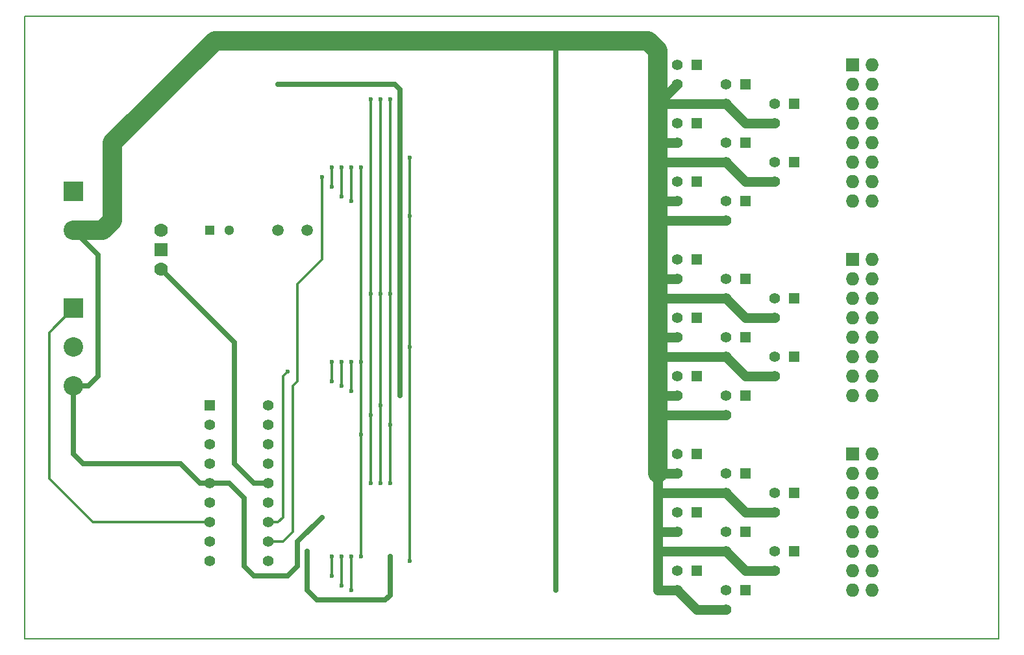
<source format=gbl>
G04 #@! TF.FileFunction,Copper,L2,Bot,Signal*
%FSLAX46Y46*%
G04 Gerber Fmt 4.6, Leading zero omitted, Abs format (unit mm)*
G04 Created by KiCad (PCBNEW (2015-04-03 BZR 5572)-product) date Tuesday, April 07, 2015 'PMt' 09:07:44 PM*
%MOMM*%
G01*
G04 APERTURE LIST*
%ADD10C,0.100000*%
%ADD11C,0.150000*%
%ADD12R,1.300000X1.300000*%
%ADD13C,1.300000*%
%ADD14C,1.501140*%
%ADD15R,2.540000X2.540000*%
%ADD16C,2.540000*%
%ADD17R,1.727200X1.727200*%
%ADD18O,1.727200X1.727200*%
%ADD19R,1.397000X1.397000*%
%ADD20C,1.397000*%
%ADD21C,1.778000*%
%ADD22R,1.778000X1.778000*%
%ADD23C,0.600000*%
%ADD24C,0.635000*%
%ADD25C,2.540000*%
%ADD26C,1.270000*%
%ADD27C,0.304800*%
G04 APERTURE END LIST*
D10*
D11*
X222250000Y-124460000D02*
X95250000Y-124460000D01*
X222250000Y-43180000D02*
X222250000Y-124460000D01*
X95250000Y-43180000D02*
X222250000Y-43180000D01*
X95250000Y-124460000D02*
X95250000Y-43180000D01*
D12*
X119380000Y-71120000D03*
D13*
X121880000Y-71120000D03*
D14*
X128270000Y-71120000D03*
X132080000Y-71120000D03*
D15*
X101600000Y-66040000D03*
D16*
X101600000Y-71120000D03*
D15*
X101600000Y-81280000D03*
D16*
X101600000Y-86360000D03*
X101600000Y-91440000D03*
D17*
X203200000Y-49530000D03*
D18*
X205740000Y-49530000D03*
X203200000Y-52070000D03*
X205740000Y-52070000D03*
X203200000Y-54610000D03*
X205740000Y-54610000D03*
X203200000Y-57150000D03*
X205740000Y-57150000D03*
X203200000Y-59690000D03*
X205740000Y-59690000D03*
X203200000Y-62230000D03*
X205740000Y-62230000D03*
X203200000Y-64770000D03*
X205740000Y-64770000D03*
X203200000Y-67310000D03*
X205740000Y-67310000D03*
D17*
X203200000Y-74930000D03*
D18*
X205740000Y-74930000D03*
X203200000Y-77470000D03*
X205740000Y-77470000D03*
X203200000Y-80010000D03*
X205740000Y-80010000D03*
X203200000Y-82550000D03*
X205740000Y-82550000D03*
X203200000Y-85090000D03*
X205740000Y-85090000D03*
X203200000Y-87630000D03*
X205740000Y-87630000D03*
X203200000Y-90170000D03*
X205740000Y-90170000D03*
X203200000Y-92710000D03*
X205740000Y-92710000D03*
D17*
X203200000Y-100330000D03*
D18*
X205740000Y-100330000D03*
X203200000Y-102870000D03*
X205740000Y-102870000D03*
X203200000Y-105410000D03*
X205740000Y-105410000D03*
X203200000Y-107950000D03*
X205740000Y-107950000D03*
X203200000Y-110490000D03*
X205740000Y-110490000D03*
X203200000Y-113030000D03*
X205740000Y-113030000D03*
X203200000Y-115570000D03*
X205740000Y-115570000D03*
X203200000Y-118110000D03*
X205740000Y-118110000D03*
D19*
X182880000Y-49530000D03*
D20*
X180340000Y-49530000D03*
X180340000Y-52070000D03*
D19*
X189230000Y-52070000D03*
D20*
X186690000Y-52070000D03*
X186690000Y-54610000D03*
D19*
X195580000Y-54610000D03*
D20*
X193040000Y-54610000D03*
X193040000Y-57150000D03*
D19*
X182880000Y-57150000D03*
D20*
X180340000Y-57150000D03*
X180340000Y-59690000D03*
D19*
X189230000Y-59690000D03*
D20*
X186690000Y-59690000D03*
X186690000Y-62230000D03*
D19*
X195580000Y-62230000D03*
D20*
X193040000Y-62230000D03*
X193040000Y-64770000D03*
D19*
X182880000Y-64770000D03*
D20*
X180340000Y-64770000D03*
X180340000Y-67310000D03*
D19*
X189230000Y-67310000D03*
D20*
X186690000Y-67310000D03*
X186690000Y-69850000D03*
D19*
X182880000Y-74930000D03*
D20*
X180340000Y-74930000D03*
X180340000Y-77470000D03*
D19*
X189230000Y-77470000D03*
D20*
X186690000Y-77470000D03*
X186690000Y-80010000D03*
D19*
X195580000Y-80010000D03*
D20*
X193040000Y-80010000D03*
X193040000Y-82550000D03*
D19*
X182880000Y-82550000D03*
D20*
X180340000Y-82550000D03*
X180340000Y-85090000D03*
D19*
X189230000Y-85090000D03*
D20*
X186690000Y-85090000D03*
X186690000Y-87630000D03*
D19*
X195580000Y-87630000D03*
D20*
X193040000Y-87630000D03*
X193040000Y-90170000D03*
D19*
X182880000Y-90170000D03*
D20*
X180340000Y-90170000D03*
X180340000Y-92710000D03*
D19*
X189230000Y-92710000D03*
D20*
X186690000Y-92710000D03*
X186690000Y-95250000D03*
D19*
X182880000Y-100330000D03*
D20*
X180340000Y-100330000D03*
X180340000Y-102870000D03*
D19*
X189230000Y-102870000D03*
D20*
X186690000Y-102870000D03*
X186690000Y-105410000D03*
D19*
X195580000Y-105410000D03*
D20*
X193040000Y-105410000D03*
X193040000Y-107950000D03*
D19*
X182880000Y-107950000D03*
D20*
X180340000Y-107950000D03*
X180340000Y-110490000D03*
D19*
X189230000Y-110490000D03*
D20*
X186690000Y-110490000D03*
X186690000Y-113030000D03*
D19*
X195580000Y-113030000D03*
D20*
X193040000Y-113030000D03*
X193040000Y-115570000D03*
D19*
X182880000Y-115570000D03*
D20*
X180340000Y-115570000D03*
X180340000Y-118110000D03*
D19*
X189230000Y-118110000D03*
D20*
X186690000Y-118110000D03*
X186690000Y-120650000D03*
D19*
X119380000Y-93980000D03*
D20*
X119380000Y-96520000D03*
X119380000Y-99060000D03*
X119380000Y-101600000D03*
X119380000Y-104140000D03*
X119380000Y-106680000D03*
X119380000Y-109220000D03*
X119380000Y-111760000D03*
X119380000Y-114300000D03*
X127000000Y-114300000D03*
X127000000Y-111760000D03*
X127000000Y-109220000D03*
X127000000Y-106680000D03*
X127000000Y-104140000D03*
X127000000Y-101600000D03*
X127000000Y-99060000D03*
X127000000Y-96520000D03*
X127000000Y-93980000D03*
D21*
X113030000Y-71120000D03*
D22*
X113030000Y-73660000D03*
D21*
X113030000Y-76200000D03*
D23*
X133985000Y-108585000D03*
X164465000Y-115570000D03*
X164465000Y-113030000D03*
X164465000Y-110490000D03*
X164465000Y-107950000D03*
X164465000Y-105410000D03*
X164465000Y-102870000D03*
X164465000Y-100330000D03*
X164465000Y-92710000D03*
X164465000Y-90170000D03*
X164465000Y-87630000D03*
X164465000Y-85090000D03*
X164465000Y-82550000D03*
X164465000Y-80010000D03*
X164465000Y-77470000D03*
X164465000Y-74930000D03*
X164465000Y-67310000D03*
X164465000Y-64770000D03*
X164465000Y-62230000D03*
X164465000Y-59690000D03*
X164465000Y-57150000D03*
X164465000Y-54610000D03*
X164465000Y-52070000D03*
X164465000Y-118110000D03*
X164465000Y-49530000D03*
X144145000Y-92710000D03*
X144145000Y-71120000D03*
X144145000Y-86360000D03*
X144145000Y-60960000D03*
X128270000Y-52070000D03*
X142875000Y-113665000D03*
X132080000Y-113030000D03*
X145415000Y-114300000D03*
X145415000Y-86360000D03*
X145415000Y-69215000D03*
X145415000Y-61595000D03*
X135255000Y-62865000D03*
X135255000Y-65405000D03*
X136525000Y-66675000D03*
X136525000Y-62865000D03*
X137795000Y-62865000D03*
X137795000Y-67310000D03*
X135255000Y-88265000D03*
X135255000Y-90805000D03*
X136525000Y-88265000D03*
X136525000Y-91440000D03*
X137795000Y-88265000D03*
X137795000Y-92075000D03*
X135255000Y-113665000D03*
X135255000Y-116205000D03*
X136525000Y-113665000D03*
X136525000Y-117475000D03*
X137795000Y-113665000D03*
X137795000Y-118110000D03*
X140335000Y-95250000D03*
X140335000Y-104140000D03*
X140335000Y-53975000D03*
X140335000Y-79375000D03*
X139065000Y-97790000D03*
X139065000Y-62865000D03*
X139065000Y-88265000D03*
X139065000Y-113665000D03*
X133985000Y-64135000D03*
X129540000Y-89535000D03*
X142875000Y-96520000D03*
X142875000Y-53975000D03*
X142875000Y-79375000D03*
X142875000Y-104140000D03*
X141605000Y-93980000D03*
X141605000Y-53975000D03*
X141605000Y-79375000D03*
X141605000Y-104140000D03*
D24*
X119380000Y-104140000D02*
X121920000Y-104140000D01*
X130810000Y-111760000D02*
X133985000Y-108585000D01*
X130810000Y-114935000D02*
X130810000Y-111760000D01*
X129540000Y-116205000D02*
X130810000Y-114935000D01*
X125095000Y-116205000D02*
X129540000Y-116205000D01*
X123825000Y-114935000D02*
X125095000Y-116205000D01*
X123825000Y-106045000D02*
X123825000Y-114935000D01*
X121920000Y-104140000D02*
X123825000Y-106045000D01*
X164465000Y-49530000D02*
X164465000Y-46355000D01*
X164465000Y-49530000D02*
X164465000Y-52070000D01*
X164465000Y-52070000D02*
X164465000Y-54610000D01*
X164465000Y-54610000D02*
X164465000Y-57150000D01*
X164465000Y-57150000D02*
X164465000Y-59690000D01*
X164465000Y-59690000D02*
X164465000Y-62230000D01*
X164465000Y-62230000D02*
X164465000Y-64770000D01*
X164465000Y-64770000D02*
X164465000Y-67310000D01*
X164465000Y-67310000D02*
X164465000Y-74930000D01*
X164465000Y-74930000D02*
X164465000Y-77470000D01*
X164465000Y-77470000D02*
X164465000Y-80010000D01*
X164465000Y-80010000D02*
X164465000Y-82550000D01*
X164465000Y-82550000D02*
X164465000Y-85090000D01*
X164465000Y-85090000D02*
X164465000Y-87630000D01*
X164465000Y-87630000D02*
X164465000Y-90170000D01*
X164465000Y-90170000D02*
X164465000Y-92710000D01*
X164465000Y-92710000D02*
X164465000Y-100330000D01*
X164465000Y-100330000D02*
X164465000Y-102870000D01*
X164465000Y-102870000D02*
X164465000Y-105410000D01*
X164465000Y-105410000D02*
X164465000Y-107950000D01*
X164465000Y-107950000D02*
X164465000Y-110490000D01*
X164465000Y-110490000D02*
X164465000Y-113030000D01*
X164465000Y-113030000D02*
X164465000Y-115570000D01*
X164465000Y-115570000D02*
X164465000Y-118110000D01*
D25*
X177800000Y-54610000D02*
X177800000Y-47625000D01*
X177800000Y-47625000D02*
X176530000Y-46355000D01*
X176530000Y-46355000D02*
X164465000Y-46355000D01*
X105410000Y-71120000D02*
X101600000Y-71120000D01*
X164465000Y-46355000D02*
X120015000Y-46355000D01*
X120015000Y-46355000D02*
X106680000Y-59690000D01*
X106680000Y-59690000D02*
X106680000Y-69850000D01*
X106680000Y-69850000D02*
X105410000Y-71120000D01*
D24*
X101600000Y-71120000D02*
X104775000Y-74295000D01*
X104775000Y-74295000D02*
X104775000Y-90170000D01*
X104775000Y-90170000D02*
X103505000Y-91440000D01*
X103505000Y-91440000D02*
X101600000Y-91440000D01*
X119380000Y-104140000D02*
X118110000Y-104140000D01*
X118110000Y-104140000D02*
X115570000Y-101600000D01*
X115570000Y-101600000D02*
X102870000Y-101600000D01*
X102870000Y-101600000D02*
X101600000Y-100330000D01*
X101600000Y-100330000D02*
X101600000Y-91440000D01*
D26*
X186690000Y-120650000D02*
X182880000Y-120650000D01*
X182880000Y-120650000D02*
X180340000Y-118110000D01*
X193040000Y-115570000D02*
X189230000Y-115570000D01*
X189230000Y-115570000D02*
X186690000Y-113030000D01*
X177800000Y-113030000D02*
X186690000Y-113030000D01*
X193040000Y-107950000D02*
X189230000Y-107950000D01*
X189230000Y-107950000D02*
X186690000Y-105410000D01*
X177800000Y-105410000D02*
X186690000Y-105410000D01*
X177800000Y-95250000D02*
X186690000Y-95250000D01*
X193040000Y-90170000D02*
X189230000Y-90170000D01*
X189230000Y-90170000D02*
X186690000Y-87630000D01*
X177800000Y-87630000D02*
X186690000Y-87630000D01*
X193040000Y-82550000D02*
X189230000Y-82550000D01*
X189230000Y-82550000D02*
X186690000Y-80010000D01*
X177800000Y-80010000D02*
X186690000Y-80010000D01*
X193040000Y-64770000D02*
X189230000Y-64770000D01*
X189230000Y-64770000D02*
X186690000Y-62230000D01*
X193040000Y-57150000D02*
X189230000Y-57150000D01*
X189230000Y-57150000D02*
X186690000Y-54610000D01*
X177800000Y-59690000D02*
X180340000Y-59690000D01*
X177800000Y-54610000D02*
X186690000Y-54610000D01*
X177800000Y-62230000D02*
X186690000Y-62230000D01*
X177800000Y-67310000D02*
X180340000Y-67310000D01*
X177800000Y-69850000D02*
X186690000Y-69850000D01*
X177800000Y-77470000D02*
X180340000Y-77470000D01*
X177800000Y-85090000D02*
X180340000Y-85090000D01*
X180340000Y-92710000D02*
X177800000Y-92710000D01*
X180340000Y-102870000D02*
X177800000Y-102870000D01*
X180340000Y-110490000D02*
X177800000Y-110490000D01*
X180340000Y-52070000D02*
X177800000Y-54610000D01*
X177800000Y-118110000D02*
X180340000Y-118110000D01*
D25*
X177800000Y-54610000D02*
X177800000Y-59690000D01*
X177800000Y-59690000D02*
X177800000Y-62230000D01*
X177800000Y-62230000D02*
X177800000Y-67310000D01*
X177800000Y-67310000D02*
X177800000Y-69850000D01*
X177800000Y-69850000D02*
X177800000Y-77470000D01*
X177800000Y-77470000D02*
X177800000Y-80010000D01*
X177800000Y-80010000D02*
X177800000Y-85090000D01*
X177800000Y-85090000D02*
X177800000Y-87630000D01*
X177800000Y-87630000D02*
X177800000Y-92710000D01*
X177800000Y-92710000D02*
X177800000Y-95250000D01*
X177800000Y-95250000D02*
X177800000Y-102870000D01*
D26*
X177800000Y-102870000D02*
X177800000Y-105410000D01*
X177800000Y-105410000D02*
X177800000Y-110490000D01*
X177800000Y-110490000D02*
X177800000Y-113030000D01*
X177800000Y-113030000D02*
X177800000Y-118110000D01*
D24*
X144145000Y-86360000D02*
X144145000Y-92710000D01*
X144145000Y-60960000D02*
X144145000Y-71120000D01*
X144145000Y-71120000D02*
X144145000Y-86360000D01*
X144145000Y-60960000D02*
X144145000Y-52705000D01*
X144145000Y-52705000D02*
X143510000Y-52070000D01*
X143510000Y-52070000D02*
X128270000Y-52070000D01*
X142875000Y-118745000D02*
X142875000Y-113665000D01*
X142240000Y-119380000D02*
X142875000Y-118745000D01*
X133350000Y-119380000D02*
X142240000Y-119380000D01*
X132080000Y-118110000D02*
X133350000Y-119380000D01*
X132080000Y-113030000D02*
X132080000Y-118110000D01*
X127000000Y-104140000D02*
X125095000Y-104140000D01*
X122555000Y-85725000D02*
X113030000Y-76200000D01*
X122555000Y-101600000D02*
X122555000Y-85725000D01*
X125095000Y-104140000D02*
X122555000Y-101600000D01*
D27*
X145415000Y-86360000D02*
X145415000Y-114300000D01*
X145415000Y-69215000D02*
X145415000Y-86360000D01*
X145415000Y-61595000D02*
X145415000Y-69215000D01*
X119380000Y-109220000D02*
X104140000Y-109220000D01*
X98425000Y-84455000D02*
X101600000Y-81280000D01*
X98425000Y-103505000D02*
X98425000Y-84455000D01*
X104140000Y-109220000D02*
X98425000Y-103505000D01*
X135255000Y-65405000D02*
X135255000Y-62865000D01*
X136525000Y-66675000D02*
X136525000Y-62865000D01*
X137795000Y-67310000D02*
X137795000Y-62865000D01*
X135255000Y-90805000D02*
X135255000Y-88265000D01*
X136525000Y-91440000D02*
X136525000Y-88265000D01*
X137795000Y-92075000D02*
X137795000Y-88265000D01*
X135255000Y-116205000D02*
X135255000Y-113665000D01*
X136525000Y-117475000D02*
X136525000Y-113665000D01*
X137795000Y-118110000D02*
X137795000Y-113665000D01*
X140335000Y-92075000D02*
X140335000Y-88265000D01*
X140335000Y-68580000D02*
X140335000Y-63500000D01*
X140335000Y-79375000D02*
X140335000Y-88265000D01*
X140335000Y-92075000D02*
X140335000Y-95250000D01*
X140335000Y-95250000D02*
X140335000Y-104140000D01*
X140335000Y-53975000D02*
X140335000Y-63500000D01*
X140335000Y-68580000D02*
X140335000Y-79375000D01*
X139065000Y-88265000D02*
X139065000Y-62865000D01*
X139065000Y-113665000D02*
X139065000Y-97790000D01*
X139065000Y-97790000D02*
X139065000Y-88265000D01*
X133985000Y-66040000D02*
X133985000Y-74930000D01*
X128905000Y-111760000D02*
X130175000Y-110490000D01*
X128905000Y-111760000D02*
X127000000Y-111760000D01*
X130810000Y-78105000D02*
X133985000Y-74930000D01*
X130810000Y-90805000D02*
X130810000Y-78105000D01*
X130175000Y-91440000D02*
X130810000Y-90805000D01*
X130175000Y-110490000D02*
X130175000Y-91440000D01*
X133985000Y-64135000D02*
X133985000Y-66040000D01*
X128270000Y-109220000D02*
X127000000Y-109220000D01*
X128905000Y-108585000D02*
X128270000Y-109220000D01*
X128905000Y-90170000D02*
X128905000Y-108585000D01*
X129540000Y-89535000D02*
X128905000Y-90170000D01*
X142875000Y-79375000D02*
X142875000Y-53975000D01*
X142875000Y-104140000D02*
X142875000Y-96520000D01*
X142875000Y-96520000D02*
X142875000Y-79375000D01*
X141605000Y-87630000D02*
X141605000Y-92075000D01*
X141605000Y-68580000D02*
X141605000Y-62865000D01*
X141605000Y-79375000D02*
X141605000Y-68580000D01*
X141605000Y-62865000D02*
X141605000Y-53975000D01*
X141605000Y-104140000D02*
X141605000Y-93980000D01*
X141605000Y-93980000D02*
X141605000Y-92075000D01*
X141605000Y-87630000D02*
X141605000Y-79375000D01*
M02*

</source>
